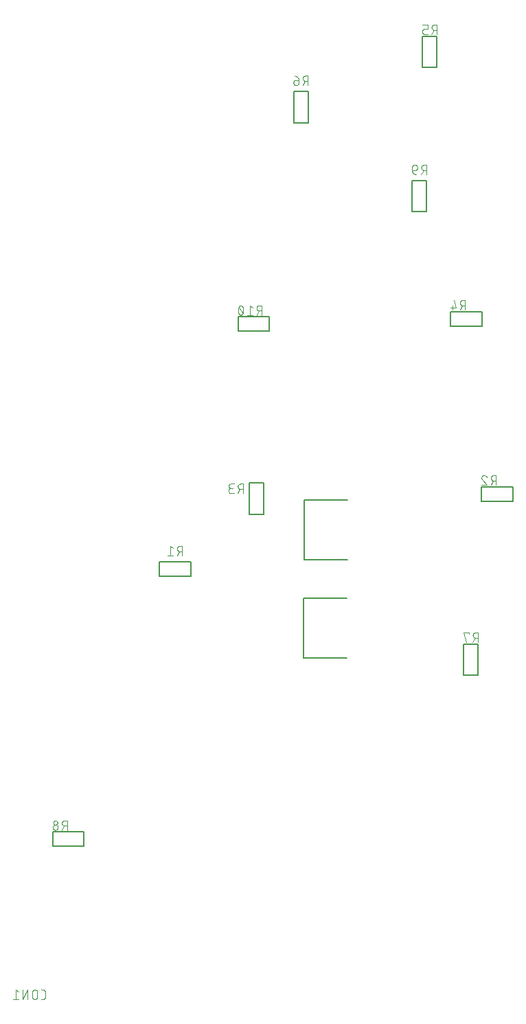
<source format=gbr>
G04 EAGLE Gerber RS-274X export*
G75*
%MOMM*%
%FSLAX34Y34*%
%LPD*%
%INSilkscreen Bottom*%
%IPPOS*%
%AMOC8*
5,1,8,0,0,1.08239X$1,22.5*%
G01*
%ADD10C,0.101600*%
%ADD11C,0.152400*%
%ADD12C,0.127000*%


D10*
X38246Y72588D02*
X40843Y72588D01*
X40942Y72590D01*
X41042Y72596D01*
X41141Y72605D01*
X41239Y72618D01*
X41337Y72635D01*
X41435Y72656D01*
X41531Y72681D01*
X41626Y72709D01*
X41720Y72741D01*
X41813Y72776D01*
X41905Y72815D01*
X41995Y72858D01*
X42083Y72903D01*
X42170Y72953D01*
X42254Y73005D01*
X42337Y73061D01*
X42417Y73119D01*
X42495Y73181D01*
X42570Y73246D01*
X42643Y73314D01*
X42713Y73384D01*
X42781Y73457D01*
X42846Y73532D01*
X42908Y73610D01*
X42966Y73690D01*
X43022Y73773D01*
X43074Y73857D01*
X43124Y73944D01*
X43169Y74032D01*
X43212Y74122D01*
X43251Y74214D01*
X43286Y74307D01*
X43318Y74401D01*
X43346Y74496D01*
X43371Y74592D01*
X43392Y74690D01*
X43409Y74788D01*
X43422Y74886D01*
X43431Y74985D01*
X43437Y75085D01*
X43439Y75184D01*
X43439Y81676D01*
X43437Y81775D01*
X43431Y81875D01*
X43422Y81974D01*
X43409Y82072D01*
X43392Y82170D01*
X43371Y82268D01*
X43346Y82364D01*
X43318Y82459D01*
X43286Y82553D01*
X43251Y82646D01*
X43212Y82738D01*
X43169Y82828D01*
X43124Y82916D01*
X43074Y83003D01*
X43022Y83087D01*
X42966Y83170D01*
X42908Y83250D01*
X42846Y83328D01*
X42781Y83403D01*
X42713Y83476D01*
X42643Y83546D01*
X42570Y83614D01*
X42495Y83679D01*
X42417Y83741D01*
X42337Y83799D01*
X42254Y83855D01*
X42170Y83907D01*
X42083Y83957D01*
X41995Y84002D01*
X41905Y84045D01*
X41813Y84084D01*
X41720Y84119D01*
X41626Y84151D01*
X41531Y84179D01*
X41435Y84204D01*
X41337Y84225D01*
X41239Y84242D01*
X41141Y84255D01*
X41042Y84264D01*
X40942Y84270D01*
X40843Y84272D01*
X38246Y84272D01*
X33881Y81026D02*
X33881Y75834D01*
X33881Y81026D02*
X33879Y81139D01*
X33873Y81252D01*
X33863Y81365D01*
X33849Y81478D01*
X33832Y81590D01*
X33810Y81701D01*
X33785Y81811D01*
X33755Y81921D01*
X33722Y82029D01*
X33685Y82136D01*
X33645Y82242D01*
X33600Y82346D01*
X33552Y82449D01*
X33501Y82550D01*
X33446Y82649D01*
X33388Y82746D01*
X33326Y82841D01*
X33261Y82934D01*
X33193Y83024D01*
X33122Y83112D01*
X33047Y83198D01*
X32970Y83281D01*
X32890Y83361D01*
X32807Y83438D01*
X32721Y83513D01*
X32633Y83584D01*
X32543Y83652D01*
X32450Y83717D01*
X32355Y83779D01*
X32258Y83837D01*
X32159Y83892D01*
X32058Y83943D01*
X31955Y83991D01*
X31851Y84036D01*
X31745Y84076D01*
X31638Y84113D01*
X31530Y84146D01*
X31420Y84176D01*
X31310Y84201D01*
X31199Y84223D01*
X31087Y84240D01*
X30974Y84254D01*
X30861Y84264D01*
X30748Y84270D01*
X30635Y84272D01*
X30522Y84270D01*
X30409Y84264D01*
X30296Y84254D01*
X30183Y84240D01*
X30071Y84223D01*
X29960Y84201D01*
X29850Y84176D01*
X29740Y84146D01*
X29632Y84113D01*
X29525Y84076D01*
X29419Y84036D01*
X29315Y83991D01*
X29212Y83943D01*
X29111Y83892D01*
X29012Y83837D01*
X28915Y83779D01*
X28820Y83717D01*
X28727Y83652D01*
X28637Y83584D01*
X28549Y83513D01*
X28463Y83438D01*
X28380Y83361D01*
X28300Y83281D01*
X28223Y83198D01*
X28148Y83112D01*
X28077Y83024D01*
X28009Y82934D01*
X27944Y82841D01*
X27882Y82746D01*
X27824Y82649D01*
X27769Y82550D01*
X27718Y82449D01*
X27670Y82346D01*
X27625Y82242D01*
X27585Y82136D01*
X27548Y82029D01*
X27515Y81921D01*
X27485Y81811D01*
X27460Y81701D01*
X27438Y81590D01*
X27421Y81478D01*
X27407Y81365D01*
X27397Y81252D01*
X27391Y81139D01*
X27389Y81026D01*
X27390Y81026D02*
X27390Y75834D01*
X27389Y75834D02*
X27391Y75721D01*
X27397Y75608D01*
X27407Y75495D01*
X27421Y75382D01*
X27438Y75270D01*
X27460Y75159D01*
X27485Y75049D01*
X27515Y74939D01*
X27548Y74831D01*
X27585Y74724D01*
X27625Y74618D01*
X27670Y74514D01*
X27718Y74411D01*
X27769Y74310D01*
X27824Y74211D01*
X27882Y74114D01*
X27944Y74019D01*
X28009Y73926D01*
X28077Y73836D01*
X28148Y73748D01*
X28223Y73662D01*
X28300Y73579D01*
X28380Y73499D01*
X28463Y73422D01*
X28549Y73347D01*
X28637Y73276D01*
X28727Y73208D01*
X28820Y73143D01*
X28915Y73081D01*
X29012Y73023D01*
X29111Y72968D01*
X29212Y72917D01*
X29315Y72869D01*
X29419Y72824D01*
X29525Y72784D01*
X29632Y72747D01*
X29740Y72714D01*
X29850Y72684D01*
X29960Y72659D01*
X30071Y72637D01*
X30183Y72620D01*
X30296Y72606D01*
X30409Y72596D01*
X30522Y72590D01*
X30635Y72588D01*
X30748Y72590D01*
X30861Y72596D01*
X30974Y72606D01*
X31087Y72620D01*
X31199Y72637D01*
X31310Y72659D01*
X31420Y72684D01*
X31530Y72714D01*
X31638Y72747D01*
X31745Y72784D01*
X31851Y72824D01*
X31955Y72869D01*
X32058Y72917D01*
X32159Y72968D01*
X32258Y73023D01*
X32355Y73081D01*
X32450Y73143D01*
X32543Y73208D01*
X32633Y73276D01*
X32721Y73347D01*
X32807Y73422D01*
X32890Y73499D01*
X32970Y73579D01*
X33047Y73662D01*
X33122Y73748D01*
X33193Y73836D01*
X33261Y73926D01*
X33326Y74019D01*
X33388Y74114D01*
X33446Y74211D01*
X33501Y74310D01*
X33552Y74411D01*
X33600Y74514D01*
X33645Y74618D01*
X33685Y74724D01*
X33722Y74831D01*
X33755Y74939D01*
X33785Y75049D01*
X33810Y75159D01*
X33832Y75270D01*
X33849Y75382D01*
X33863Y75495D01*
X33873Y75608D01*
X33879Y75721D01*
X33881Y75834D01*
X22070Y72588D02*
X22070Y84272D01*
X15579Y72588D01*
X15579Y84272D01*
X10259Y81676D02*
X7014Y84272D01*
X7014Y72588D01*
X10259Y72588D02*
X3768Y72588D01*
D11*
X362550Y687970D02*
X415890Y687970D01*
X362550Y687970D02*
X362550Y614310D01*
X415890Y614310D01*
X415400Y566990D02*
X362060Y566990D01*
X362060Y493330D01*
X415400Y493330D01*
D12*
X223050Y612090D02*
X184610Y612090D01*
X223050Y612090D02*
X223050Y594310D01*
X184610Y594310D01*
X184610Y612090D01*
D10*
X212490Y619583D02*
X212490Y631267D01*
X209245Y631267D01*
X209132Y631265D01*
X209019Y631259D01*
X208906Y631249D01*
X208793Y631235D01*
X208681Y631218D01*
X208570Y631196D01*
X208460Y631171D01*
X208350Y631141D01*
X208242Y631108D01*
X208135Y631071D01*
X208029Y631031D01*
X207925Y630986D01*
X207822Y630938D01*
X207721Y630887D01*
X207622Y630832D01*
X207525Y630774D01*
X207430Y630712D01*
X207337Y630647D01*
X207247Y630579D01*
X207159Y630508D01*
X207073Y630433D01*
X206990Y630356D01*
X206910Y630276D01*
X206833Y630193D01*
X206758Y630107D01*
X206687Y630019D01*
X206619Y629929D01*
X206554Y629836D01*
X206492Y629741D01*
X206434Y629644D01*
X206379Y629545D01*
X206328Y629444D01*
X206280Y629341D01*
X206235Y629237D01*
X206195Y629131D01*
X206158Y629024D01*
X206125Y628916D01*
X206095Y628806D01*
X206070Y628696D01*
X206048Y628585D01*
X206031Y628473D01*
X206017Y628360D01*
X206007Y628247D01*
X206001Y628134D01*
X205999Y628021D01*
X206001Y627908D01*
X206007Y627795D01*
X206017Y627682D01*
X206031Y627569D01*
X206048Y627457D01*
X206070Y627346D01*
X206095Y627236D01*
X206125Y627126D01*
X206158Y627018D01*
X206195Y626911D01*
X206235Y626805D01*
X206280Y626701D01*
X206328Y626598D01*
X206379Y626497D01*
X206434Y626398D01*
X206492Y626301D01*
X206554Y626206D01*
X206619Y626113D01*
X206687Y626023D01*
X206758Y625935D01*
X206833Y625849D01*
X206910Y625766D01*
X206990Y625686D01*
X207073Y625609D01*
X207159Y625534D01*
X207247Y625463D01*
X207337Y625395D01*
X207430Y625330D01*
X207525Y625268D01*
X207622Y625210D01*
X207721Y625155D01*
X207822Y625104D01*
X207925Y625056D01*
X208029Y625011D01*
X208135Y624971D01*
X208242Y624934D01*
X208350Y624901D01*
X208460Y624871D01*
X208570Y624846D01*
X208681Y624824D01*
X208793Y624807D01*
X208906Y624793D01*
X209019Y624783D01*
X209132Y624777D01*
X209245Y624775D01*
X209245Y624776D02*
X212490Y624776D01*
X208596Y624776D02*
X205999Y619583D01*
X201134Y628671D02*
X197889Y631267D01*
X197889Y619583D01*
X201134Y619583D02*
X194643Y619583D01*
D12*
X281510Y913690D02*
X319950Y913690D01*
X319950Y895910D01*
X281510Y895910D01*
X281510Y913690D01*
D10*
X310660Y916103D02*
X310660Y927787D01*
X307415Y927787D01*
X307302Y927785D01*
X307189Y927779D01*
X307076Y927769D01*
X306963Y927755D01*
X306851Y927738D01*
X306740Y927716D01*
X306630Y927691D01*
X306520Y927661D01*
X306412Y927628D01*
X306305Y927591D01*
X306199Y927551D01*
X306095Y927506D01*
X305992Y927458D01*
X305891Y927407D01*
X305792Y927352D01*
X305695Y927294D01*
X305600Y927232D01*
X305507Y927167D01*
X305417Y927099D01*
X305329Y927028D01*
X305243Y926953D01*
X305160Y926876D01*
X305080Y926796D01*
X305003Y926713D01*
X304928Y926627D01*
X304857Y926539D01*
X304789Y926449D01*
X304724Y926356D01*
X304662Y926261D01*
X304604Y926164D01*
X304549Y926065D01*
X304498Y925964D01*
X304450Y925861D01*
X304405Y925757D01*
X304365Y925651D01*
X304328Y925544D01*
X304295Y925436D01*
X304265Y925326D01*
X304240Y925216D01*
X304218Y925105D01*
X304201Y924993D01*
X304187Y924880D01*
X304177Y924767D01*
X304171Y924654D01*
X304169Y924541D01*
X304171Y924428D01*
X304177Y924315D01*
X304187Y924202D01*
X304201Y924089D01*
X304218Y923977D01*
X304240Y923866D01*
X304265Y923756D01*
X304295Y923646D01*
X304328Y923538D01*
X304365Y923431D01*
X304405Y923325D01*
X304450Y923221D01*
X304498Y923118D01*
X304549Y923017D01*
X304604Y922918D01*
X304662Y922821D01*
X304724Y922726D01*
X304789Y922633D01*
X304857Y922543D01*
X304928Y922455D01*
X305003Y922369D01*
X305080Y922286D01*
X305160Y922206D01*
X305243Y922129D01*
X305329Y922054D01*
X305417Y921983D01*
X305507Y921915D01*
X305600Y921850D01*
X305695Y921788D01*
X305792Y921730D01*
X305891Y921675D01*
X305992Y921624D01*
X306095Y921576D01*
X306199Y921531D01*
X306305Y921491D01*
X306412Y921454D01*
X306520Y921421D01*
X306630Y921391D01*
X306740Y921366D01*
X306851Y921344D01*
X306963Y921327D01*
X307076Y921313D01*
X307189Y921303D01*
X307302Y921297D01*
X307415Y921295D01*
X307415Y921296D02*
X310660Y921296D01*
X306766Y921296D02*
X304169Y916103D01*
X299304Y925191D02*
X296059Y927787D01*
X296059Y916103D01*
X299304Y916103D02*
X292813Y916103D01*
X287875Y921945D02*
X287872Y922175D01*
X287864Y922405D01*
X287850Y922634D01*
X287831Y922863D01*
X287806Y923092D01*
X287776Y923320D01*
X287741Y923547D01*
X287700Y923773D01*
X287654Y923998D01*
X287602Y924222D01*
X287545Y924445D01*
X287483Y924666D01*
X287415Y924886D01*
X287342Y925104D01*
X287264Y925320D01*
X287181Y925534D01*
X287093Y925747D01*
X287000Y925957D01*
X286901Y926164D01*
X286868Y926254D01*
X286832Y926343D01*
X286792Y926431D01*
X286748Y926516D01*
X286701Y926600D01*
X286651Y926682D01*
X286597Y926762D01*
X286541Y926839D01*
X286481Y926915D01*
X286418Y926988D01*
X286353Y927058D01*
X286284Y927126D01*
X286213Y927190D01*
X286140Y927252D01*
X286064Y927311D01*
X285986Y927367D01*
X285905Y927420D01*
X285823Y927469D01*
X285739Y927515D01*
X285652Y927558D01*
X285565Y927597D01*
X285475Y927633D01*
X285385Y927665D01*
X285293Y927693D01*
X285200Y927718D01*
X285106Y927739D01*
X285012Y927756D01*
X284917Y927770D01*
X284821Y927779D01*
X284725Y927785D01*
X284629Y927787D01*
X284533Y927785D01*
X284437Y927779D01*
X284341Y927770D01*
X284246Y927756D01*
X284152Y927739D01*
X284058Y927718D01*
X283965Y927693D01*
X283873Y927665D01*
X283783Y927633D01*
X283693Y927597D01*
X283606Y927558D01*
X283519Y927515D01*
X283435Y927469D01*
X283353Y927420D01*
X283272Y927367D01*
X283194Y927311D01*
X283118Y927252D01*
X283045Y927190D01*
X282974Y927126D01*
X282905Y927058D01*
X282840Y926988D01*
X282777Y926915D01*
X282717Y926840D01*
X282661Y926762D01*
X282607Y926682D01*
X282557Y926600D01*
X282510Y926516D01*
X282467Y926431D01*
X282426Y926343D01*
X282390Y926254D01*
X282357Y926164D01*
X282258Y925956D01*
X282165Y925746D01*
X282077Y925534D01*
X281994Y925320D01*
X281916Y925103D01*
X281843Y924885D01*
X281775Y924666D01*
X281713Y924444D01*
X281656Y924222D01*
X281604Y923998D01*
X281558Y923773D01*
X281517Y923547D01*
X281482Y923319D01*
X281452Y923092D01*
X281427Y922863D01*
X281408Y922634D01*
X281394Y922405D01*
X281386Y922175D01*
X281383Y921945D01*
X287874Y921945D02*
X287871Y921715D01*
X287863Y921485D01*
X287849Y921256D01*
X287830Y921027D01*
X287805Y920798D01*
X287775Y920570D01*
X287740Y920343D01*
X287699Y920117D01*
X287653Y919892D01*
X287601Y919668D01*
X287544Y919445D01*
X287482Y919224D01*
X287414Y919004D01*
X287341Y918786D01*
X287263Y918570D01*
X287180Y918356D01*
X287092Y918144D01*
X286999Y917933D01*
X286900Y917726D01*
X286901Y917726D02*
X286868Y917636D01*
X286832Y917547D01*
X286791Y917459D01*
X286748Y917374D01*
X286701Y917290D01*
X286651Y917208D01*
X286597Y917128D01*
X286541Y917051D01*
X286481Y916975D01*
X286418Y916902D01*
X286353Y916832D01*
X286284Y916764D01*
X286213Y916700D01*
X286140Y916638D01*
X286064Y916579D01*
X285986Y916523D01*
X285905Y916470D01*
X285823Y916421D01*
X285739Y916375D01*
X285652Y916332D01*
X285565Y916293D01*
X285475Y916257D01*
X285385Y916225D01*
X285293Y916197D01*
X285200Y916172D01*
X285106Y916151D01*
X285012Y916134D01*
X284917Y916120D01*
X284821Y916111D01*
X284725Y916105D01*
X284629Y916103D01*
X282357Y917726D02*
X282258Y917933D01*
X282165Y918144D01*
X282077Y918356D01*
X281994Y918570D01*
X281916Y918786D01*
X281843Y919004D01*
X281775Y919224D01*
X281713Y919445D01*
X281656Y919668D01*
X281604Y919892D01*
X281558Y920117D01*
X281517Y920343D01*
X281482Y920570D01*
X281452Y920798D01*
X281427Y921027D01*
X281408Y921256D01*
X281394Y921485D01*
X281386Y921715D01*
X281383Y921945D01*
X282357Y917726D02*
X282390Y917636D01*
X282426Y917547D01*
X282467Y917459D01*
X282510Y917374D01*
X282557Y917290D01*
X282607Y917208D01*
X282661Y917128D01*
X282717Y917050D01*
X282777Y916975D01*
X282840Y916902D01*
X282905Y916832D01*
X282974Y916764D01*
X283045Y916700D01*
X283118Y916638D01*
X283194Y916579D01*
X283272Y916523D01*
X283353Y916470D01*
X283435Y916421D01*
X283519Y916375D01*
X283606Y916332D01*
X283693Y916293D01*
X283783Y916257D01*
X283873Y916225D01*
X283965Y916197D01*
X284058Y916172D01*
X284152Y916151D01*
X284246Y916134D01*
X284341Y916120D01*
X284437Y916111D01*
X284533Y916105D01*
X284629Y916103D01*
X287225Y918699D02*
X282032Y925191D01*
D12*
X581750Y686510D02*
X620190Y686510D01*
X581750Y686510D02*
X581750Y704290D01*
X620190Y704290D01*
X620190Y686510D01*
D10*
X599470Y706703D02*
X599470Y718387D01*
X596225Y718387D01*
X596112Y718385D01*
X595999Y718379D01*
X595886Y718369D01*
X595773Y718355D01*
X595661Y718338D01*
X595550Y718316D01*
X595440Y718291D01*
X595330Y718261D01*
X595222Y718228D01*
X595115Y718191D01*
X595009Y718151D01*
X594905Y718106D01*
X594802Y718058D01*
X594701Y718007D01*
X594602Y717952D01*
X594505Y717894D01*
X594410Y717832D01*
X594317Y717767D01*
X594227Y717699D01*
X594139Y717628D01*
X594053Y717553D01*
X593970Y717476D01*
X593890Y717396D01*
X593813Y717313D01*
X593738Y717227D01*
X593667Y717139D01*
X593599Y717049D01*
X593534Y716956D01*
X593472Y716861D01*
X593414Y716764D01*
X593359Y716665D01*
X593308Y716564D01*
X593260Y716461D01*
X593215Y716357D01*
X593175Y716251D01*
X593138Y716144D01*
X593105Y716036D01*
X593075Y715926D01*
X593050Y715816D01*
X593028Y715705D01*
X593011Y715593D01*
X592997Y715480D01*
X592987Y715367D01*
X592981Y715254D01*
X592979Y715141D01*
X592981Y715028D01*
X592987Y714915D01*
X592997Y714802D01*
X593011Y714689D01*
X593028Y714577D01*
X593050Y714466D01*
X593075Y714356D01*
X593105Y714246D01*
X593138Y714138D01*
X593175Y714031D01*
X593215Y713925D01*
X593260Y713821D01*
X593308Y713718D01*
X593359Y713617D01*
X593414Y713518D01*
X593472Y713421D01*
X593534Y713326D01*
X593599Y713233D01*
X593667Y713143D01*
X593738Y713055D01*
X593813Y712969D01*
X593890Y712886D01*
X593970Y712806D01*
X594053Y712729D01*
X594139Y712654D01*
X594227Y712583D01*
X594317Y712515D01*
X594410Y712450D01*
X594505Y712388D01*
X594602Y712330D01*
X594701Y712275D01*
X594802Y712224D01*
X594905Y712176D01*
X595009Y712131D01*
X595115Y712091D01*
X595222Y712054D01*
X595330Y712021D01*
X595440Y711991D01*
X595550Y711966D01*
X595661Y711944D01*
X595773Y711927D01*
X595886Y711913D01*
X595999Y711903D01*
X596112Y711897D01*
X596225Y711895D01*
X596225Y711896D02*
X599470Y711896D01*
X595576Y711896D02*
X592979Y706703D01*
X581623Y715466D02*
X581625Y715573D01*
X581631Y715679D01*
X581641Y715785D01*
X581654Y715891D01*
X581672Y715997D01*
X581693Y716101D01*
X581718Y716205D01*
X581747Y716308D01*
X581779Y716409D01*
X581816Y716509D01*
X581856Y716608D01*
X581899Y716706D01*
X581946Y716802D01*
X581997Y716896D01*
X582051Y716988D01*
X582108Y717078D01*
X582168Y717166D01*
X582232Y717251D01*
X582299Y717334D01*
X582369Y717415D01*
X582441Y717493D01*
X582517Y717569D01*
X582595Y717641D01*
X582676Y717711D01*
X582759Y717778D01*
X582844Y717842D01*
X582932Y717902D01*
X583022Y717959D01*
X583114Y718013D01*
X583208Y718064D01*
X583304Y718111D01*
X583402Y718154D01*
X583501Y718194D01*
X583601Y718231D01*
X583702Y718263D01*
X583805Y718292D01*
X583909Y718317D01*
X584013Y718338D01*
X584119Y718356D01*
X584225Y718369D01*
X584331Y718379D01*
X584437Y718385D01*
X584544Y718387D01*
X584665Y718385D01*
X584786Y718379D01*
X584906Y718369D01*
X585027Y718356D01*
X585146Y718338D01*
X585266Y718317D01*
X585384Y718292D01*
X585501Y718263D01*
X585618Y718230D01*
X585733Y718194D01*
X585847Y718153D01*
X585960Y718110D01*
X586072Y718062D01*
X586181Y718011D01*
X586289Y717956D01*
X586396Y717898D01*
X586500Y717837D01*
X586602Y717772D01*
X586702Y717704D01*
X586800Y717633D01*
X586896Y717559D01*
X586989Y717482D01*
X587079Y717401D01*
X587167Y717318D01*
X587252Y717232D01*
X587335Y717143D01*
X587414Y717052D01*
X587491Y716958D01*
X587564Y716862D01*
X587634Y716764D01*
X587701Y716663D01*
X587765Y716560D01*
X587826Y716455D01*
X587883Y716348D01*
X587936Y716240D01*
X587986Y716130D01*
X588032Y716018D01*
X588075Y715905D01*
X588114Y715790D01*
X582597Y713194D02*
X582518Y713272D01*
X582442Y713352D01*
X582369Y713435D01*
X582299Y713521D01*
X582232Y713608D01*
X582168Y713699D01*
X582108Y713791D01*
X582050Y713885D01*
X581996Y713982D01*
X581946Y714080D01*
X581899Y714180D01*
X581855Y714281D01*
X581815Y714384D01*
X581779Y714489D01*
X581747Y714594D01*
X581718Y714701D01*
X581693Y714808D01*
X581671Y714917D01*
X581654Y715026D01*
X581640Y715135D01*
X581631Y715245D01*
X581625Y715356D01*
X581623Y715466D01*
X582597Y713194D02*
X588114Y706703D01*
X581623Y706703D01*
D12*
X312980Y709090D02*
X312980Y670650D01*
X295200Y670650D01*
X295200Y709090D01*
X312980Y709090D01*
D10*
X287520Y707947D02*
X287520Y696263D01*
X287520Y707947D02*
X284275Y707947D01*
X284162Y707945D01*
X284049Y707939D01*
X283936Y707929D01*
X283823Y707915D01*
X283711Y707898D01*
X283600Y707876D01*
X283490Y707851D01*
X283380Y707821D01*
X283272Y707788D01*
X283165Y707751D01*
X283059Y707711D01*
X282955Y707666D01*
X282852Y707618D01*
X282751Y707567D01*
X282652Y707512D01*
X282555Y707454D01*
X282460Y707392D01*
X282367Y707327D01*
X282277Y707259D01*
X282189Y707188D01*
X282103Y707113D01*
X282020Y707036D01*
X281940Y706956D01*
X281863Y706873D01*
X281788Y706787D01*
X281717Y706699D01*
X281649Y706609D01*
X281584Y706516D01*
X281522Y706421D01*
X281464Y706324D01*
X281409Y706225D01*
X281358Y706124D01*
X281310Y706021D01*
X281265Y705917D01*
X281225Y705811D01*
X281188Y705704D01*
X281155Y705596D01*
X281125Y705486D01*
X281100Y705376D01*
X281078Y705265D01*
X281061Y705153D01*
X281047Y705040D01*
X281037Y704927D01*
X281031Y704814D01*
X281029Y704701D01*
X281031Y704588D01*
X281037Y704475D01*
X281047Y704362D01*
X281061Y704249D01*
X281078Y704137D01*
X281100Y704026D01*
X281125Y703916D01*
X281155Y703806D01*
X281188Y703698D01*
X281225Y703591D01*
X281265Y703485D01*
X281310Y703381D01*
X281358Y703278D01*
X281409Y703177D01*
X281464Y703078D01*
X281522Y702981D01*
X281584Y702886D01*
X281649Y702793D01*
X281717Y702703D01*
X281788Y702615D01*
X281863Y702529D01*
X281940Y702446D01*
X282020Y702366D01*
X282103Y702289D01*
X282189Y702214D01*
X282277Y702143D01*
X282367Y702075D01*
X282460Y702010D01*
X282555Y701948D01*
X282652Y701890D01*
X282751Y701835D01*
X282852Y701784D01*
X282955Y701736D01*
X283059Y701691D01*
X283165Y701651D01*
X283272Y701614D01*
X283380Y701581D01*
X283490Y701551D01*
X283600Y701526D01*
X283711Y701504D01*
X283823Y701487D01*
X283936Y701473D01*
X284049Y701463D01*
X284162Y701457D01*
X284275Y701455D01*
X284275Y701456D02*
X287520Y701456D01*
X283626Y701456D02*
X281029Y696263D01*
X276164Y696263D02*
X272919Y696263D01*
X272806Y696265D01*
X272693Y696271D01*
X272580Y696281D01*
X272467Y696295D01*
X272355Y696312D01*
X272244Y696334D01*
X272134Y696359D01*
X272024Y696389D01*
X271916Y696422D01*
X271809Y696459D01*
X271703Y696499D01*
X271599Y696544D01*
X271496Y696592D01*
X271395Y696643D01*
X271296Y696698D01*
X271199Y696756D01*
X271104Y696818D01*
X271011Y696883D01*
X270921Y696951D01*
X270833Y697022D01*
X270747Y697097D01*
X270664Y697174D01*
X270584Y697254D01*
X270507Y697337D01*
X270432Y697423D01*
X270361Y697511D01*
X270293Y697601D01*
X270228Y697694D01*
X270166Y697789D01*
X270108Y697886D01*
X270053Y697985D01*
X270002Y698086D01*
X269954Y698189D01*
X269909Y698293D01*
X269869Y698399D01*
X269832Y698506D01*
X269799Y698614D01*
X269769Y698724D01*
X269744Y698834D01*
X269722Y698945D01*
X269705Y699057D01*
X269691Y699170D01*
X269681Y699283D01*
X269675Y699396D01*
X269673Y699509D01*
X269675Y699622D01*
X269681Y699735D01*
X269691Y699848D01*
X269705Y699961D01*
X269722Y700073D01*
X269744Y700184D01*
X269769Y700294D01*
X269799Y700404D01*
X269832Y700512D01*
X269869Y700619D01*
X269909Y700725D01*
X269954Y700829D01*
X270002Y700932D01*
X270053Y701033D01*
X270108Y701132D01*
X270166Y701229D01*
X270228Y701324D01*
X270293Y701417D01*
X270361Y701507D01*
X270432Y701595D01*
X270507Y701681D01*
X270584Y701764D01*
X270664Y701844D01*
X270747Y701921D01*
X270833Y701996D01*
X270921Y702067D01*
X271011Y702135D01*
X271104Y702200D01*
X271199Y702262D01*
X271296Y702320D01*
X271395Y702375D01*
X271496Y702426D01*
X271599Y702474D01*
X271703Y702519D01*
X271809Y702559D01*
X271916Y702596D01*
X272024Y702629D01*
X272134Y702659D01*
X272244Y702684D01*
X272355Y702706D01*
X272467Y702723D01*
X272580Y702737D01*
X272693Y702747D01*
X272806Y702753D01*
X272919Y702755D01*
X272269Y707947D02*
X276164Y707947D01*
X272269Y707947D02*
X272168Y707945D01*
X272068Y707939D01*
X271968Y707929D01*
X271868Y707916D01*
X271769Y707898D01*
X271670Y707877D01*
X271573Y707852D01*
X271476Y707823D01*
X271381Y707790D01*
X271287Y707754D01*
X271195Y707714D01*
X271104Y707671D01*
X271015Y707624D01*
X270928Y707574D01*
X270842Y707520D01*
X270759Y707463D01*
X270679Y707403D01*
X270600Y707340D01*
X270524Y707273D01*
X270451Y707204D01*
X270381Y707132D01*
X270313Y707058D01*
X270248Y706981D01*
X270187Y706901D01*
X270128Y706819D01*
X270073Y706735D01*
X270021Y706649D01*
X269972Y706561D01*
X269927Y706471D01*
X269885Y706379D01*
X269847Y706286D01*
X269813Y706191D01*
X269782Y706096D01*
X269755Y705999D01*
X269732Y705901D01*
X269712Y705802D01*
X269697Y705702D01*
X269685Y705602D01*
X269677Y705502D01*
X269673Y705401D01*
X269673Y705301D01*
X269677Y705200D01*
X269685Y705100D01*
X269697Y705000D01*
X269712Y704900D01*
X269732Y704801D01*
X269755Y704703D01*
X269782Y704606D01*
X269813Y704511D01*
X269847Y704416D01*
X269885Y704323D01*
X269927Y704231D01*
X269972Y704141D01*
X270021Y704053D01*
X270073Y703967D01*
X270128Y703883D01*
X270187Y703801D01*
X270248Y703721D01*
X270313Y703644D01*
X270381Y703570D01*
X270451Y703498D01*
X270524Y703429D01*
X270600Y703362D01*
X270679Y703299D01*
X270759Y703239D01*
X270842Y703182D01*
X270928Y703128D01*
X271015Y703078D01*
X271104Y703031D01*
X271195Y702988D01*
X271287Y702948D01*
X271381Y702912D01*
X271476Y702879D01*
X271573Y702850D01*
X271670Y702825D01*
X271769Y702804D01*
X271868Y702786D01*
X271968Y702773D01*
X272068Y702763D01*
X272168Y702757D01*
X272269Y702755D01*
X272269Y702754D02*
X274866Y702754D01*
D12*
X543650Y902410D02*
X582090Y902410D01*
X543650Y902410D02*
X543650Y920190D01*
X582090Y920190D01*
X582090Y902410D01*
D10*
X561370Y922603D02*
X561370Y934287D01*
X558125Y934287D01*
X558012Y934285D01*
X557899Y934279D01*
X557786Y934269D01*
X557673Y934255D01*
X557561Y934238D01*
X557450Y934216D01*
X557340Y934191D01*
X557230Y934161D01*
X557122Y934128D01*
X557015Y934091D01*
X556909Y934051D01*
X556805Y934006D01*
X556702Y933958D01*
X556601Y933907D01*
X556502Y933852D01*
X556405Y933794D01*
X556310Y933732D01*
X556217Y933667D01*
X556127Y933599D01*
X556039Y933528D01*
X555953Y933453D01*
X555870Y933376D01*
X555790Y933296D01*
X555713Y933213D01*
X555638Y933127D01*
X555567Y933039D01*
X555499Y932949D01*
X555434Y932856D01*
X555372Y932761D01*
X555314Y932664D01*
X555259Y932565D01*
X555208Y932464D01*
X555160Y932361D01*
X555115Y932257D01*
X555075Y932151D01*
X555038Y932044D01*
X555005Y931936D01*
X554975Y931826D01*
X554950Y931716D01*
X554928Y931605D01*
X554911Y931493D01*
X554897Y931380D01*
X554887Y931267D01*
X554881Y931154D01*
X554879Y931041D01*
X554881Y930928D01*
X554887Y930815D01*
X554897Y930702D01*
X554911Y930589D01*
X554928Y930477D01*
X554950Y930366D01*
X554975Y930256D01*
X555005Y930146D01*
X555038Y930038D01*
X555075Y929931D01*
X555115Y929825D01*
X555160Y929721D01*
X555208Y929618D01*
X555259Y929517D01*
X555314Y929418D01*
X555372Y929321D01*
X555434Y929226D01*
X555499Y929133D01*
X555567Y929043D01*
X555638Y928955D01*
X555713Y928869D01*
X555790Y928786D01*
X555870Y928706D01*
X555953Y928629D01*
X556039Y928554D01*
X556127Y928483D01*
X556217Y928415D01*
X556310Y928350D01*
X556405Y928288D01*
X556502Y928230D01*
X556601Y928175D01*
X556702Y928124D01*
X556805Y928076D01*
X556909Y928031D01*
X557015Y927991D01*
X557122Y927954D01*
X557230Y927921D01*
X557340Y927891D01*
X557450Y927866D01*
X557561Y927844D01*
X557673Y927827D01*
X557786Y927813D01*
X557899Y927803D01*
X558012Y927797D01*
X558125Y927795D01*
X558125Y927796D02*
X561370Y927796D01*
X557476Y927796D02*
X554879Y922603D01*
X550014Y925199D02*
X547418Y934287D01*
X550014Y925199D02*
X543523Y925199D01*
X545470Y927796D02*
X545470Y922603D01*
D12*
X508710Y1221310D02*
X508710Y1259750D01*
X526490Y1259750D01*
X526490Y1221310D01*
X508710Y1221310D01*
D10*
X526430Y1262163D02*
X526430Y1273847D01*
X523185Y1273847D01*
X523072Y1273845D01*
X522959Y1273839D01*
X522846Y1273829D01*
X522733Y1273815D01*
X522621Y1273798D01*
X522510Y1273776D01*
X522400Y1273751D01*
X522290Y1273721D01*
X522182Y1273688D01*
X522075Y1273651D01*
X521969Y1273611D01*
X521865Y1273566D01*
X521762Y1273518D01*
X521661Y1273467D01*
X521562Y1273412D01*
X521465Y1273354D01*
X521370Y1273292D01*
X521277Y1273227D01*
X521187Y1273159D01*
X521099Y1273088D01*
X521013Y1273013D01*
X520930Y1272936D01*
X520850Y1272856D01*
X520773Y1272773D01*
X520698Y1272687D01*
X520627Y1272599D01*
X520559Y1272509D01*
X520494Y1272416D01*
X520432Y1272321D01*
X520374Y1272224D01*
X520319Y1272125D01*
X520268Y1272024D01*
X520220Y1271921D01*
X520175Y1271817D01*
X520135Y1271711D01*
X520098Y1271604D01*
X520065Y1271496D01*
X520035Y1271386D01*
X520010Y1271276D01*
X519988Y1271165D01*
X519971Y1271053D01*
X519957Y1270940D01*
X519947Y1270827D01*
X519941Y1270714D01*
X519939Y1270601D01*
X519941Y1270488D01*
X519947Y1270375D01*
X519957Y1270262D01*
X519971Y1270149D01*
X519988Y1270037D01*
X520010Y1269926D01*
X520035Y1269816D01*
X520065Y1269706D01*
X520098Y1269598D01*
X520135Y1269491D01*
X520175Y1269385D01*
X520220Y1269281D01*
X520268Y1269178D01*
X520319Y1269077D01*
X520374Y1268978D01*
X520432Y1268881D01*
X520494Y1268786D01*
X520559Y1268693D01*
X520627Y1268603D01*
X520698Y1268515D01*
X520773Y1268429D01*
X520850Y1268346D01*
X520930Y1268266D01*
X521013Y1268189D01*
X521099Y1268114D01*
X521187Y1268043D01*
X521277Y1267975D01*
X521370Y1267910D01*
X521465Y1267848D01*
X521562Y1267790D01*
X521661Y1267735D01*
X521762Y1267684D01*
X521865Y1267636D01*
X521969Y1267591D01*
X522075Y1267551D01*
X522182Y1267514D01*
X522290Y1267481D01*
X522400Y1267451D01*
X522510Y1267426D01*
X522621Y1267404D01*
X522733Y1267387D01*
X522846Y1267373D01*
X522959Y1267363D01*
X523072Y1267357D01*
X523185Y1267355D01*
X523185Y1267356D02*
X526430Y1267356D01*
X522536Y1267356D02*
X519939Y1262163D01*
X515074Y1262163D02*
X511179Y1262163D01*
X511080Y1262165D01*
X510980Y1262171D01*
X510881Y1262180D01*
X510783Y1262193D01*
X510685Y1262210D01*
X510587Y1262231D01*
X510491Y1262256D01*
X510396Y1262284D01*
X510302Y1262316D01*
X510209Y1262351D01*
X510117Y1262390D01*
X510027Y1262433D01*
X509939Y1262478D01*
X509852Y1262528D01*
X509768Y1262580D01*
X509685Y1262636D01*
X509605Y1262694D01*
X509527Y1262756D01*
X509452Y1262821D01*
X509379Y1262889D01*
X509309Y1262959D01*
X509241Y1263032D01*
X509176Y1263107D01*
X509114Y1263185D01*
X509056Y1263265D01*
X509000Y1263348D01*
X508948Y1263432D01*
X508898Y1263519D01*
X508853Y1263607D01*
X508810Y1263697D01*
X508771Y1263789D01*
X508736Y1263882D01*
X508704Y1263976D01*
X508676Y1264071D01*
X508651Y1264167D01*
X508630Y1264265D01*
X508613Y1264363D01*
X508600Y1264461D01*
X508591Y1264560D01*
X508585Y1264660D01*
X508583Y1264759D01*
X508583Y1266058D01*
X508585Y1266157D01*
X508591Y1266257D01*
X508600Y1266356D01*
X508613Y1266454D01*
X508630Y1266552D01*
X508651Y1266650D01*
X508676Y1266746D01*
X508704Y1266841D01*
X508736Y1266935D01*
X508771Y1267028D01*
X508810Y1267120D01*
X508853Y1267210D01*
X508898Y1267298D01*
X508948Y1267385D01*
X509000Y1267469D01*
X509056Y1267552D01*
X509114Y1267632D01*
X509176Y1267710D01*
X509241Y1267785D01*
X509309Y1267858D01*
X509379Y1267928D01*
X509452Y1267996D01*
X509527Y1268061D01*
X509605Y1268123D01*
X509685Y1268181D01*
X509768Y1268237D01*
X509852Y1268289D01*
X509939Y1268339D01*
X510027Y1268384D01*
X510117Y1268427D01*
X510209Y1268466D01*
X510302Y1268501D01*
X510396Y1268533D01*
X510491Y1268561D01*
X510587Y1268586D01*
X510685Y1268607D01*
X510783Y1268624D01*
X510881Y1268637D01*
X510980Y1268646D01*
X511080Y1268652D01*
X511179Y1268654D01*
X515074Y1268654D01*
X515074Y1273847D01*
X508583Y1273847D01*
D12*
X367590Y1191690D02*
X367590Y1153250D01*
X349810Y1153250D01*
X349810Y1191690D01*
X367590Y1191690D01*
D10*
X367530Y1199183D02*
X367530Y1210867D01*
X364285Y1210867D01*
X364172Y1210865D01*
X364059Y1210859D01*
X363946Y1210849D01*
X363833Y1210835D01*
X363721Y1210818D01*
X363610Y1210796D01*
X363500Y1210771D01*
X363390Y1210741D01*
X363282Y1210708D01*
X363175Y1210671D01*
X363069Y1210631D01*
X362965Y1210586D01*
X362862Y1210538D01*
X362761Y1210487D01*
X362662Y1210432D01*
X362565Y1210374D01*
X362470Y1210312D01*
X362377Y1210247D01*
X362287Y1210179D01*
X362199Y1210108D01*
X362113Y1210033D01*
X362030Y1209956D01*
X361950Y1209876D01*
X361873Y1209793D01*
X361798Y1209707D01*
X361727Y1209619D01*
X361659Y1209529D01*
X361594Y1209436D01*
X361532Y1209341D01*
X361474Y1209244D01*
X361419Y1209145D01*
X361368Y1209044D01*
X361320Y1208941D01*
X361275Y1208837D01*
X361235Y1208731D01*
X361198Y1208624D01*
X361165Y1208516D01*
X361135Y1208406D01*
X361110Y1208296D01*
X361088Y1208185D01*
X361071Y1208073D01*
X361057Y1207960D01*
X361047Y1207847D01*
X361041Y1207734D01*
X361039Y1207621D01*
X361041Y1207508D01*
X361047Y1207395D01*
X361057Y1207282D01*
X361071Y1207169D01*
X361088Y1207057D01*
X361110Y1206946D01*
X361135Y1206836D01*
X361165Y1206726D01*
X361198Y1206618D01*
X361235Y1206511D01*
X361275Y1206405D01*
X361320Y1206301D01*
X361368Y1206198D01*
X361419Y1206097D01*
X361474Y1205998D01*
X361532Y1205901D01*
X361594Y1205806D01*
X361659Y1205713D01*
X361727Y1205623D01*
X361798Y1205535D01*
X361873Y1205449D01*
X361950Y1205366D01*
X362030Y1205286D01*
X362113Y1205209D01*
X362199Y1205134D01*
X362287Y1205063D01*
X362377Y1204995D01*
X362470Y1204930D01*
X362565Y1204868D01*
X362662Y1204810D01*
X362761Y1204755D01*
X362862Y1204704D01*
X362965Y1204656D01*
X363069Y1204611D01*
X363175Y1204571D01*
X363282Y1204534D01*
X363390Y1204501D01*
X363500Y1204471D01*
X363610Y1204446D01*
X363721Y1204424D01*
X363833Y1204407D01*
X363946Y1204393D01*
X364059Y1204383D01*
X364172Y1204377D01*
X364285Y1204375D01*
X364285Y1204376D02*
X367530Y1204376D01*
X363636Y1204376D02*
X361039Y1199183D01*
X356174Y1205674D02*
X352279Y1205674D01*
X352180Y1205672D01*
X352080Y1205666D01*
X351981Y1205657D01*
X351883Y1205644D01*
X351785Y1205627D01*
X351687Y1205606D01*
X351591Y1205581D01*
X351496Y1205553D01*
X351402Y1205521D01*
X351309Y1205486D01*
X351217Y1205447D01*
X351127Y1205404D01*
X351039Y1205359D01*
X350952Y1205309D01*
X350868Y1205257D01*
X350785Y1205201D01*
X350705Y1205143D01*
X350627Y1205081D01*
X350552Y1205016D01*
X350479Y1204948D01*
X350409Y1204878D01*
X350341Y1204805D01*
X350276Y1204730D01*
X350214Y1204652D01*
X350156Y1204572D01*
X350100Y1204489D01*
X350048Y1204405D01*
X349998Y1204318D01*
X349953Y1204230D01*
X349910Y1204140D01*
X349871Y1204048D01*
X349836Y1203955D01*
X349804Y1203861D01*
X349776Y1203766D01*
X349751Y1203670D01*
X349730Y1203572D01*
X349713Y1203474D01*
X349700Y1203376D01*
X349691Y1203277D01*
X349685Y1203177D01*
X349683Y1203078D01*
X349683Y1202429D01*
X349685Y1202316D01*
X349691Y1202203D01*
X349701Y1202090D01*
X349715Y1201977D01*
X349732Y1201865D01*
X349754Y1201754D01*
X349779Y1201644D01*
X349809Y1201534D01*
X349842Y1201426D01*
X349879Y1201319D01*
X349919Y1201213D01*
X349964Y1201109D01*
X350012Y1201006D01*
X350063Y1200905D01*
X350118Y1200806D01*
X350176Y1200709D01*
X350238Y1200614D01*
X350303Y1200521D01*
X350371Y1200431D01*
X350442Y1200343D01*
X350517Y1200257D01*
X350594Y1200174D01*
X350674Y1200094D01*
X350757Y1200017D01*
X350843Y1199942D01*
X350931Y1199871D01*
X351021Y1199803D01*
X351114Y1199738D01*
X351209Y1199676D01*
X351306Y1199618D01*
X351405Y1199563D01*
X351506Y1199512D01*
X351609Y1199464D01*
X351713Y1199419D01*
X351819Y1199379D01*
X351926Y1199342D01*
X352034Y1199309D01*
X352144Y1199279D01*
X352254Y1199254D01*
X352365Y1199232D01*
X352477Y1199215D01*
X352590Y1199201D01*
X352703Y1199191D01*
X352816Y1199185D01*
X352929Y1199183D01*
X353042Y1199185D01*
X353155Y1199191D01*
X353268Y1199201D01*
X353381Y1199215D01*
X353493Y1199232D01*
X353604Y1199254D01*
X353714Y1199279D01*
X353824Y1199309D01*
X353932Y1199342D01*
X354039Y1199379D01*
X354145Y1199419D01*
X354249Y1199464D01*
X354352Y1199512D01*
X354453Y1199563D01*
X354552Y1199618D01*
X354649Y1199676D01*
X354744Y1199738D01*
X354837Y1199803D01*
X354927Y1199871D01*
X355015Y1199942D01*
X355101Y1200017D01*
X355184Y1200094D01*
X355264Y1200174D01*
X355341Y1200257D01*
X355416Y1200343D01*
X355487Y1200431D01*
X355555Y1200521D01*
X355620Y1200614D01*
X355682Y1200709D01*
X355740Y1200806D01*
X355795Y1200905D01*
X355846Y1201006D01*
X355894Y1201109D01*
X355939Y1201213D01*
X355979Y1201319D01*
X356016Y1201426D01*
X356049Y1201534D01*
X356079Y1201644D01*
X356104Y1201754D01*
X356126Y1201865D01*
X356143Y1201977D01*
X356157Y1202090D01*
X356167Y1202203D01*
X356173Y1202316D01*
X356175Y1202429D01*
X356174Y1202429D02*
X356174Y1205674D01*
X356172Y1205817D01*
X356166Y1205960D01*
X356156Y1206103D01*
X356142Y1206245D01*
X356125Y1206387D01*
X356103Y1206529D01*
X356078Y1206670D01*
X356048Y1206810D01*
X356015Y1206949D01*
X355978Y1207087D01*
X355937Y1207224D01*
X355893Y1207360D01*
X355844Y1207495D01*
X355792Y1207628D01*
X355737Y1207760D01*
X355677Y1207890D01*
X355614Y1208019D01*
X355548Y1208146D01*
X355478Y1208271D01*
X355405Y1208393D01*
X355328Y1208514D01*
X355248Y1208633D01*
X355165Y1208749D01*
X355079Y1208864D01*
X354990Y1208975D01*
X354897Y1209085D01*
X354802Y1209191D01*
X354703Y1209295D01*
X354602Y1209396D01*
X354498Y1209495D01*
X354392Y1209590D01*
X354282Y1209683D01*
X354171Y1209772D01*
X354056Y1209858D01*
X353940Y1209941D01*
X353821Y1210021D01*
X353700Y1210098D01*
X353578Y1210171D01*
X353453Y1210241D01*
X353326Y1210307D01*
X353197Y1210370D01*
X353067Y1210430D01*
X352935Y1210485D01*
X352802Y1210537D01*
X352667Y1210586D01*
X352531Y1210630D01*
X352394Y1210671D01*
X352256Y1210708D01*
X352117Y1210741D01*
X351977Y1210771D01*
X351836Y1210796D01*
X351694Y1210818D01*
X351552Y1210835D01*
X351410Y1210849D01*
X351267Y1210859D01*
X351124Y1210865D01*
X350981Y1210867D01*
D12*
X559510Y510450D02*
X559510Y472010D01*
X559510Y510450D02*
X577290Y510450D01*
X577290Y472010D01*
X559510Y472010D01*
D10*
X577230Y512863D02*
X577230Y524547D01*
X573985Y524547D01*
X573872Y524545D01*
X573759Y524539D01*
X573646Y524529D01*
X573533Y524515D01*
X573421Y524498D01*
X573310Y524476D01*
X573200Y524451D01*
X573090Y524421D01*
X572982Y524388D01*
X572875Y524351D01*
X572769Y524311D01*
X572665Y524266D01*
X572562Y524218D01*
X572461Y524167D01*
X572362Y524112D01*
X572265Y524054D01*
X572170Y523992D01*
X572077Y523927D01*
X571987Y523859D01*
X571899Y523788D01*
X571813Y523713D01*
X571730Y523636D01*
X571650Y523556D01*
X571573Y523473D01*
X571498Y523387D01*
X571427Y523299D01*
X571359Y523209D01*
X571294Y523116D01*
X571232Y523021D01*
X571174Y522924D01*
X571119Y522825D01*
X571068Y522724D01*
X571020Y522621D01*
X570975Y522517D01*
X570935Y522411D01*
X570898Y522304D01*
X570865Y522196D01*
X570835Y522086D01*
X570810Y521976D01*
X570788Y521865D01*
X570771Y521753D01*
X570757Y521640D01*
X570747Y521527D01*
X570741Y521414D01*
X570739Y521301D01*
X570741Y521188D01*
X570747Y521075D01*
X570757Y520962D01*
X570771Y520849D01*
X570788Y520737D01*
X570810Y520626D01*
X570835Y520516D01*
X570865Y520406D01*
X570898Y520298D01*
X570935Y520191D01*
X570975Y520085D01*
X571020Y519981D01*
X571068Y519878D01*
X571119Y519777D01*
X571174Y519678D01*
X571232Y519581D01*
X571294Y519486D01*
X571359Y519393D01*
X571427Y519303D01*
X571498Y519215D01*
X571573Y519129D01*
X571650Y519046D01*
X571730Y518966D01*
X571813Y518889D01*
X571899Y518814D01*
X571987Y518743D01*
X572077Y518675D01*
X572170Y518610D01*
X572265Y518548D01*
X572362Y518490D01*
X572461Y518435D01*
X572562Y518384D01*
X572665Y518336D01*
X572769Y518291D01*
X572875Y518251D01*
X572982Y518214D01*
X573090Y518181D01*
X573200Y518151D01*
X573310Y518126D01*
X573421Y518104D01*
X573533Y518087D01*
X573646Y518073D01*
X573759Y518063D01*
X573872Y518057D01*
X573985Y518055D01*
X573985Y518056D02*
X577230Y518056D01*
X573336Y518056D02*
X570739Y512863D01*
X565874Y523249D02*
X565874Y524547D01*
X559383Y524547D01*
X562629Y512863D01*
D12*
X91350Y278690D02*
X52910Y278690D01*
X91350Y278690D02*
X91350Y260910D01*
X52910Y260910D01*
X52910Y278690D01*
D10*
X70630Y281103D02*
X70630Y292787D01*
X67385Y292787D01*
X67272Y292785D01*
X67159Y292779D01*
X67046Y292769D01*
X66933Y292755D01*
X66821Y292738D01*
X66710Y292716D01*
X66600Y292691D01*
X66490Y292661D01*
X66382Y292628D01*
X66275Y292591D01*
X66169Y292551D01*
X66065Y292506D01*
X65962Y292458D01*
X65861Y292407D01*
X65762Y292352D01*
X65665Y292294D01*
X65570Y292232D01*
X65477Y292167D01*
X65387Y292099D01*
X65299Y292028D01*
X65213Y291953D01*
X65130Y291876D01*
X65050Y291796D01*
X64973Y291713D01*
X64898Y291627D01*
X64827Y291539D01*
X64759Y291449D01*
X64694Y291356D01*
X64632Y291261D01*
X64574Y291164D01*
X64519Y291065D01*
X64468Y290964D01*
X64420Y290861D01*
X64375Y290757D01*
X64335Y290651D01*
X64298Y290544D01*
X64265Y290436D01*
X64235Y290326D01*
X64210Y290216D01*
X64188Y290105D01*
X64171Y289993D01*
X64157Y289880D01*
X64147Y289767D01*
X64141Y289654D01*
X64139Y289541D01*
X64141Y289428D01*
X64147Y289315D01*
X64157Y289202D01*
X64171Y289089D01*
X64188Y288977D01*
X64210Y288866D01*
X64235Y288756D01*
X64265Y288646D01*
X64298Y288538D01*
X64335Y288431D01*
X64375Y288325D01*
X64420Y288221D01*
X64468Y288118D01*
X64519Y288017D01*
X64574Y287918D01*
X64632Y287821D01*
X64694Y287726D01*
X64759Y287633D01*
X64827Y287543D01*
X64898Y287455D01*
X64973Y287369D01*
X65050Y287286D01*
X65130Y287206D01*
X65213Y287129D01*
X65299Y287054D01*
X65387Y286983D01*
X65477Y286915D01*
X65570Y286850D01*
X65665Y286788D01*
X65762Y286730D01*
X65861Y286675D01*
X65962Y286624D01*
X66065Y286576D01*
X66169Y286531D01*
X66275Y286491D01*
X66382Y286454D01*
X66490Y286421D01*
X66600Y286391D01*
X66710Y286366D01*
X66821Y286344D01*
X66933Y286327D01*
X67046Y286313D01*
X67159Y286303D01*
X67272Y286297D01*
X67385Y286295D01*
X67385Y286296D02*
X70630Y286296D01*
X66736Y286296D02*
X64139Y281103D01*
X59275Y284349D02*
X59273Y284462D01*
X59267Y284575D01*
X59257Y284688D01*
X59243Y284801D01*
X59226Y284913D01*
X59204Y285024D01*
X59179Y285134D01*
X59149Y285244D01*
X59116Y285352D01*
X59079Y285459D01*
X59039Y285565D01*
X58994Y285669D01*
X58946Y285772D01*
X58895Y285873D01*
X58840Y285972D01*
X58782Y286069D01*
X58720Y286164D01*
X58655Y286257D01*
X58587Y286347D01*
X58516Y286435D01*
X58441Y286521D01*
X58364Y286604D01*
X58284Y286684D01*
X58201Y286761D01*
X58115Y286836D01*
X58027Y286907D01*
X57937Y286975D01*
X57844Y287040D01*
X57749Y287102D01*
X57652Y287160D01*
X57553Y287215D01*
X57452Y287266D01*
X57349Y287314D01*
X57245Y287359D01*
X57139Y287399D01*
X57032Y287436D01*
X56924Y287469D01*
X56814Y287499D01*
X56704Y287524D01*
X56593Y287546D01*
X56481Y287563D01*
X56368Y287577D01*
X56255Y287587D01*
X56142Y287593D01*
X56029Y287595D01*
X55916Y287593D01*
X55803Y287587D01*
X55690Y287577D01*
X55577Y287563D01*
X55465Y287546D01*
X55354Y287524D01*
X55244Y287499D01*
X55134Y287469D01*
X55026Y287436D01*
X54919Y287399D01*
X54813Y287359D01*
X54709Y287314D01*
X54606Y287266D01*
X54505Y287215D01*
X54406Y287160D01*
X54309Y287102D01*
X54214Y287040D01*
X54121Y286975D01*
X54031Y286907D01*
X53943Y286836D01*
X53857Y286761D01*
X53774Y286684D01*
X53694Y286604D01*
X53617Y286521D01*
X53542Y286435D01*
X53471Y286347D01*
X53403Y286257D01*
X53338Y286164D01*
X53276Y286069D01*
X53218Y285972D01*
X53163Y285873D01*
X53112Y285772D01*
X53064Y285669D01*
X53019Y285565D01*
X52979Y285459D01*
X52942Y285352D01*
X52909Y285244D01*
X52879Y285134D01*
X52854Y285024D01*
X52832Y284913D01*
X52815Y284801D01*
X52801Y284688D01*
X52791Y284575D01*
X52785Y284462D01*
X52783Y284349D01*
X52785Y284236D01*
X52791Y284123D01*
X52801Y284010D01*
X52815Y283897D01*
X52832Y283785D01*
X52854Y283674D01*
X52879Y283564D01*
X52909Y283454D01*
X52942Y283346D01*
X52979Y283239D01*
X53019Y283133D01*
X53064Y283029D01*
X53112Y282926D01*
X53163Y282825D01*
X53218Y282726D01*
X53276Y282629D01*
X53338Y282534D01*
X53403Y282441D01*
X53471Y282351D01*
X53542Y282263D01*
X53617Y282177D01*
X53694Y282094D01*
X53774Y282014D01*
X53857Y281937D01*
X53943Y281862D01*
X54031Y281791D01*
X54121Y281723D01*
X54214Y281658D01*
X54309Y281596D01*
X54406Y281538D01*
X54505Y281483D01*
X54606Y281432D01*
X54709Y281384D01*
X54813Y281339D01*
X54919Y281299D01*
X55026Y281262D01*
X55134Y281229D01*
X55244Y281199D01*
X55354Y281174D01*
X55465Y281152D01*
X55577Y281135D01*
X55690Y281121D01*
X55803Y281111D01*
X55916Y281105D01*
X56029Y281103D01*
X56142Y281105D01*
X56255Y281111D01*
X56368Y281121D01*
X56481Y281135D01*
X56593Y281152D01*
X56704Y281174D01*
X56814Y281199D01*
X56924Y281229D01*
X57032Y281262D01*
X57139Y281299D01*
X57245Y281339D01*
X57349Y281384D01*
X57452Y281432D01*
X57553Y281483D01*
X57652Y281538D01*
X57749Y281596D01*
X57844Y281658D01*
X57937Y281723D01*
X58027Y281791D01*
X58115Y281862D01*
X58201Y281937D01*
X58284Y282014D01*
X58364Y282094D01*
X58441Y282177D01*
X58516Y282263D01*
X58587Y282351D01*
X58655Y282441D01*
X58720Y282534D01*
X58782Y282629D01*
X58840Y282726D01*
X58895Y282825D01*
X58946Y282926D01*
X58994Y283029D01*
X59039Y283133D01*
X59079Y283239D01*
X59116Y283346D01*
X59149Y283454D01*
X59179Y283564D01*
X59204Y283674D01*
X59226Y283785D01*
X59243Y283897D01*
X59257Y284010D01*
X59267Y284123D01*
X59273Y284236D01*
X59275Y284349D01*
X58625Y290191D02*
X58623Y290292D01*
X58617Y290392D01*
X58607Y290492D01*
X58594Y290592D01*
X58576Y290691D01*
X58555Y290790D01*
X58530Y290887D01*
X58501Y290984D01*
X58468Y291079D01*
X58432Y291173D01*
X58392Y291265D01*
X58349Y291356D01*
X58302Y291445D01*
X58252Y291532D01*
X58198Y291618D01*
X58141Y291701D01*
X58081Y291781D01*
X58018Y291860D01*
X57951Y291936D01*
X57882Y292009D01*
X57810Y292079D01*
X57736Y292147D01*
X57659Y292212D01*
X57579Y292273D01*
X57497Y292332D01*
X57413Y292387D01*
X57327Y292439D01*
X57239Y292488D01*
X57149Y292533D01*
X57057Y292575D01*
X56964Y292613D01*
X56869Y292647D01*
X56774Y292678D01*
X56677Y292705D01*
X56579Y292728D01*
X56480Y292748D01*
X56380Y292763D01*
X56280Y292775D01*
X56180Y292783D01*
X56079Y292787D01*
X55979Y292787D01*
X55878Y292783D01*
X55778Y292775D01*
X55678Y292763D01*
X55578Y292748D01*
X55479Y292728D01*
X55381Y292705D01*
X55284Y292678D01*
X55189Y292647D01*
X55094Y292613D01*
X55001Y292575D01*
X54909Y292533D01*
X54819Y292488D01*
X54731Y292439D01*
X54645Y292387D01*
X54561Y292332D01*
X54479Y292273D01*
X54399Y292212D01*
X54322Y292147D01*
X54248Y292079D01*
X54176Y292009D01*
X54107Y291936D01*
X54040Y291860D01*
X53977Y291781D01*
X53917Y291701D01*
X53860Y291618D01*
X53806Y291532D01*
X53756Y291445D01*
X53709Y291356D01*
X53666Y291265D01*
X53626Y291173D01*
X53590Y291079D01*
X53557Y290984D01*
X53528Y290887D01*
X53503Y290790D01*
X53482Y290691D01*
X53464Y290592D01*
X53451Y290492D01*
X53441Y290392D01*
X53435Y290292D01*
X53433Y290191D01*
X53435Y290090D01*
X53441Y289990D01*
X53451Y289890D01*
X53464Y289790D01*
X53482Y289691D01*
X53503Y289592D01*
X53528Y289495D01*
X53557Y289398D01*
X53590Y289303D01*
X53626Y289209D01*
X53666Y289117D01*
X53709Y289026D01*
X53756Y288937D01*
X53806Y288850D01*
X53860Y288764D01*
X53917Y288681D01*
X53977Y288601D01*
X54040Y288522D01*
X54107Y288446D01*
X54176Y288373D01*
X54248Y288303D01*
X54322Y288235D01*
X54399Y288170D01*
X54479Y288109D01*
X54561Y288050D01*
X54645Y287995D01*
X54731Y287943D01*
X54819Y287894D01*
X54909Y287849D01*
X55001Y287807D01*
X55094Y287769D01*
X55189Y287735D01*
X55284Y287704D01*
X55381Y287677D01*
X55479Y287654D01*
X55578Y287634D01*
X55678Y287619D01*
X55778Y287607D01*
X55878Y287599D01*
X55979Y287595D01*
X56079Y287595D01*
X56180Y287599D01*
X56280Y287607D01*
X56380Y287619D01*
X56480Y287634D01*
X56579Y287654D01*
X56677Y287677D01*
X56774Y287704D01*
X56869Y287735D01*
X56964Y287769D01*
X57057Y287807D01*
X57149Y287849D01*
X57239Y287894D01*
X57327Y287943D01*
X57413Y287995D01*
X57497Y288050D01*
X57579Y288109D01*
X57659Y288170D01*
X57736Y288235D01*
X57810Y288303D01*
X57882Y288373D01*
X57951Y288446D01*
X58018Y288522D01*
X58081Y288601D01*
X58141Y288681D01*
X58198Y288764D01*
X58252Y288850D01*
X58302Y288937D01*
X58349Y289026D01*
X58392Y289117D01*
X58432Y289209D01*
X58468Y289303D01*
X58501Y289398D01*
X58530Y289495D01*
X58555Y289592D01*
X58576Y289691D01*
X58594Y289790D01*
X58607Y289890D01*
X58617Y289990D01*
X58623Y290090D01*
X58625Y290191D01*
D12*
X496010Y1043510D02*
X496010Y1081950D01*
X513790Y1081950D01*
X513790Y1043510D01*
X496010Y1043510D01*
D10*
X513730Y1089443D02*
X513730Y1101127D01*
X510485Y1101127D01*
X510372Y1101125D01*
X510259Y1101119D01*
X510146Y1101109D01*
X510033Y1101095D01*
X509921Y1101078D01*
X509810Y1101056D01*
X509700Y1101031D01*
X509590Y1101001D01*
X509482Y1100968D01*
X509375Y1100931D01*
X509269Y1100891D01*
X509165Y1100846D01*
X509062Y1100798D01*
X508961Y1100747D01*
X508862Y1100692D01*
X508765Y1100634D01*
X508670Y1100572D01*
X508577Y1100507D01*
X508487Y1100439D01*
X508399Y1100368D01*
X508313Y1100293D01*
X508230Y1100216D01*
X508150Y1100136D01*
X508073Y1100053D01*
X507998Y1099967D01*
X507927Y1099879D01*
X507859Y1099789D01*
X507794Y1099696D01*
X507732Y1099601D01*
X507674Y1099504D01*
X507619Y1099405D01*
X507568Y1099304D01*
X507520Y1099201D01*
X507475Y1099097D01*
X507435Y1098991D01*
X507398Y1098884D01*
X507365Y1098776D01*
X507335Y1098666D01*
X507310Y1098556D01*
X507288Y1098445D01*
X507271Y1098333D01*
X507257Y1098220D01*
X507247Y1098107D01*
X507241Y1097994D01*
X507239Y1097881D01*
X507241Y1097768D01*
X507247Y1097655D01*
X507257Y1097542D01*
X507271Y1097429D01*
X507288Y1097317D01*
X507310Y1097206D01*
X507335Y1097096D01*
X507365Y1096986D01*
X507398Y1096878D01*
X507435Y1096771D01*
X507475Y1096665D01*
X507520Y1096561D01*
X507568Y1096458D01*
X507619Y1096357D01*
X507674Y1096258D01*
X507732Y1096161D01*
X507794Y1096066D01*
X507859Y1095973D01*
X507927Y1095883D01*
X507998Y1095795D01*
X508073Y1095709D01*
X508150Y1095626D01*
X508230Y1095546D01*
X508313Y1095469D01*
X508399Y1095394D01*
X508487Y1095323D01*
X508577Y1095255D01*
X508670Y1095190D01*
X508765Y1095128D01*
X508862Y1095070D01*
X508961Y1095015D01*
X509062Y1094964D01*
X509165Y1094916D01*
X509269Y1094871D01*
X509375Y1094831D01*
X509482Y1094794D01*
X509590Y1094761D01*
X509700Y1094731D01*
X509810Y1094706D01*
X509921Y1094684D01*
X510033Y1094667D01*
X510146Y1094653D01*
X510259Y1094643D01*
X510372Y1094637D01*
X510485Y1094635D01*
X510485Y1094636D02*
X513730Y1094636D01*
X509836Y1094636D02*
X507239Y1089443D01*
X499778Y1094636D02*
X495883Y1094636D01*
X499778Y1094636D02*
X499877Y1094638D01*
X499977Y1094644D01*
X500076Y1094653D01*
X500174Y1094666D01*
X500272Y1094683D01*
X500370Y1094704D01*
X500466Y1094729D01*
X500561Y1094757D01*
X500655Y1094789D01*
X500748Y1094824D01*
X500840Y1094863D01*
X500930Y1094906D01*
X501018Y1094951D01*
X501105Y1095001D01*
X501189Y1095053D01*
X501272Y1095109D01*
X501352Y1095167D01*
X501430Y1095229D01*
X501505Y1095294D01*
X501578Y1095362D01*
X501648Y1095432D01*
X501716Y1095505D01*
X501781Y1095580D01*
X501843Y1095658D01*
X501901Y1095738D01*
X501957Y1095821D01*
X502009Y1095905D01*
X502059Y1095992D01*
X502104Y1096080D01*
X502147Y1096170D01*
X502186Y1096262D01*
X502221Y1096355D01*
X502253Y1096449D01*
X502281Y1096544D01*
X502306Y1096640D01*
X502327Y1096738D01*
X502344Y1096836D01*
X502357Y1096934D01*
X502366Y1097033D01*
X502372Y1097133D01*
X502374Y1097232D01*
X502374Y1097881D01*
X502375Y1097881D02*
X502373Y1097994D01*
X502367Y1098107D01*
X502357Y1098220D01*
X502343Y1098333D01*
X502326Y1098445D01*
X502304Y1098556D01*
X502279Y1098666D01*
X502249Y1098776D01*
X502216Y1098884D01*
X502179Y1098991D01*
X502139Y1099097D01*
X502094Y1099201D01*
X502046Y1099304D01*
X501995Y1099405D01*
X501940Y1099504D01*
X501882Y1099601D01*
X501820Y1099696D01*
X501755Y1099789D01*
X501687Y1099879D01*
X501616Y1099967D01*
X501541Y1100053D01*
X501464Y1100136D01*
X501384Y1100216D01*
X501301Y1100293D01*
X501215Y1100368D01*
X501127Y1100439D01*
X501037Y1100507D01*
X500944Y1100572D01*
X500849Y1100634D01*
X500752Y1100692D01*
X500653Y1100747D01*
X500552Y1100798D01*
X500449Y1100846D01*
X500345Y1100891D01*
X500239Y1100931D01*
X500132Y1100968D01*
X500024Y1101001D01*
X499914Y1101031D01*
X499804Y1101056D01*
X499693Y1101078D01*
X499581Y1101095D01*
X499468Y1101109D01*
X499355Y1101119D01*
X499242Y1101125D01*
X499129Y1101127D01*
X499016Y1101125D01*
X498903Y1101119D01*
X498790Y1101109D01*
X498677Y1101095D01*
X498565Y1101078D01*
X498454Y1101056D01*
X498344Y1101031D01*
X498234Y1101001D01*
X498126Y1100968D01*
X498019Y1100931D01*
X497913Y1100891D01*
X497809Y1100846D01*
X497706Y1100798D01*
X497605Y1100747D01*
X497506Y1100692D01*
X497409Y1100634D01*
X497314Y1100572D01*
X497221Y1100507D01*
X497131Y1100439D01*
X497043Y1100368D01*
X496957Y1100293D01*
X496874Y1100216D01*
X496794Y1100136D01*
X496717Y1100053D01*
X496642Y1099967D01*
X496571Y1099879D01*
X496503Y1099789D01*
X496438Y1099696D01*
X496376Y1099601D01*
X496318Y1099504D01*
X496263Y1099405D01*
X496212Y1099304D01*
X496164Y1099201D01*
X496119Y1099097D01*
X496079Y1098991D01*
X496042Y1098884D01*
X496009Y1098776D01*
X495979Y1098666D01*
X495954Y1098556D01*
X495932Y1098445D01*
X495915Y1098333D01*
X495901Y1098220D01*
X495891Y1098107D01*
X495885Y1097994D01*
X495883Y1097881D01*
X495883Y1094636D01*
X495885Y1094493D01*
X495891Y1094350D01*
X495901Y1094207D01*
X495915Y1094065D01*
X495932Y1093923D01*
X495954Y1093781D01*
X495979Y1093640D01*
X496009Y1093500D01*
X496042Y1093361D01*
X496079Y1093223D01*
X496120Y1093086D01*
X496164Y1092950D01*
X496213Y1092815D01*
X496265Y1092682D01*
X496320Y1092550D01*
X496380Y1092420D01*
X496443Y1092291D01*
X496509Y1092164D01*
X496579Y1092040D01*
X496652Y1091917D01*
X496729Y1091796D01*
X496809Y1091677D01*
X496892Y1091561D01*
X496978Y1091446D01*
X497067Y1091335D01*
X497160Y1091225D01*
X497255Y1091119D01*
X497354Y1091015D01*
X497455Y1090914D01*
X497559Y1090815D01*
X497665Y1090720D01*
X497775Y1090627D01*
X497886Y1090538D01*
X498001Y1090452D01*
X498117Y1090369D01*
X498236Y1090289D01*
X498357Y1090212D01*
X498479Y1090139D01*
X498604Y1090069D01*
X498731Y1090003D01*
X498860Y1089940D01*
X498990Y1089880D01*
X499122Y1089825D01*
X499255Y1089773D01*
X499390Y1089724D01*
X499526Y1089680D01*
X499663Y1089639D01*
X499801Y1089602D01*
X499940Y1089569D01*
X500080Y1089539D01*
X500221Y1089514D01*
X500363Y1089492D01*
X500505Y1089475D01*
X500647Y1089461D01*
X500790Y1089451D01*
X500933Y1089445D01*
X501076Y1089443D01*
M02*

</source>
